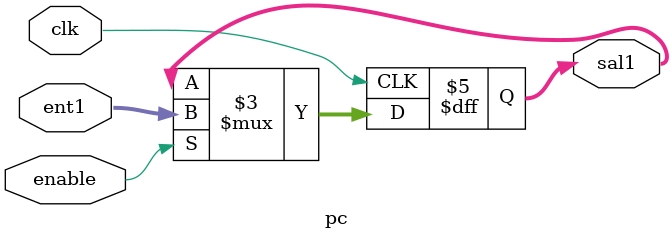
<source format=sv>
module pc(ent1, sal1, clk, enable);
		input logic [15:0] ent1;
		input logic clk, enable;
		output logic [15:0] sal1;
		
		
		always_ff@(posedge clk) begin
			
			if(enable) sal1 = ent1;
			
		end
endmodule

		
	
		

</source>
